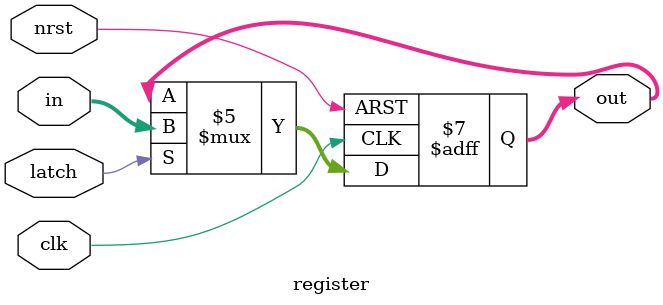
<source format=v>
`timescale 1ns / 1ps
module register(
	clk,nrst,
	in,latch,
	out);

	input clk;
	input nrst;
	input [31:0] in;
	input latch;
	output [31:0] out;

	reg [31:0] out;

	always@(posedge clk or negedge nrst)begin
		if(!nrst)out<= 32'd0;
		else if (!latch)out<=out;
		else out<=in;
	end
endmodule

</source>
